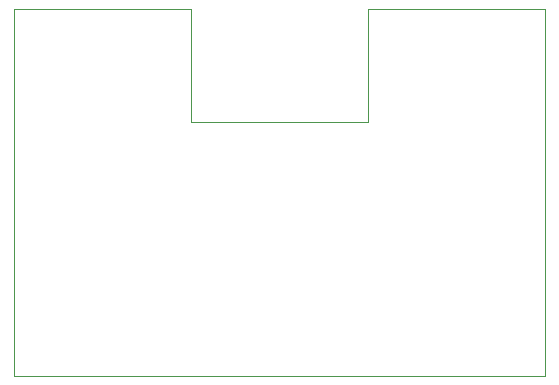
<source format=gbr>
%TF.GenerationSoftware,KiCad,Pcbnew,9.0.0*%
%TF.CreationDate,2025-04-22T12:40:58+02:00*%
%TF.ProjectId,carte-capteur-ir,63617274-652d-4636-9170-746575722d69,rev?*%
%TF.SameCoordinates,Original*%
%TF.FileFunction,Profile,NP*%
%FSLAX46Y46*%
G04 Gerber Fmt 4.6, Leading zero omitted, Abs format (unit mm)*
G04 Created by KiCad (PCBNEW 9.0.0) date 2025-04-22 12:40:58*
%MOMM*%
%LPD*%
G01*
G04 APERTURE LIST*
%TA.AperFunction,Profile*%
%ADD10C,0.050000*%
%TD*%
G04 APERTURE END LIST*
D10*
X217000000Y-82000000D02*
X217000000Y-72500000D01*
X247000000Y-72500000D02*
X232000000Y-72500000D01*
X202000000Y-103500000D02*
X247000000Y-103500000D01*
X247000000Y-72500000D02*
X247000000Y-103500000D01*
X232000000Y-72500000D02*
X232000000Y-82000000D01*
X202000000Y-72500000D02*
X202000000Y-103500000D01*
X217000000Y-72500000D02*
X202000000Y-72500000D01*
X232000000Y-82000000D02*
X217000000Y-82000000D01*
M02*

</source>
